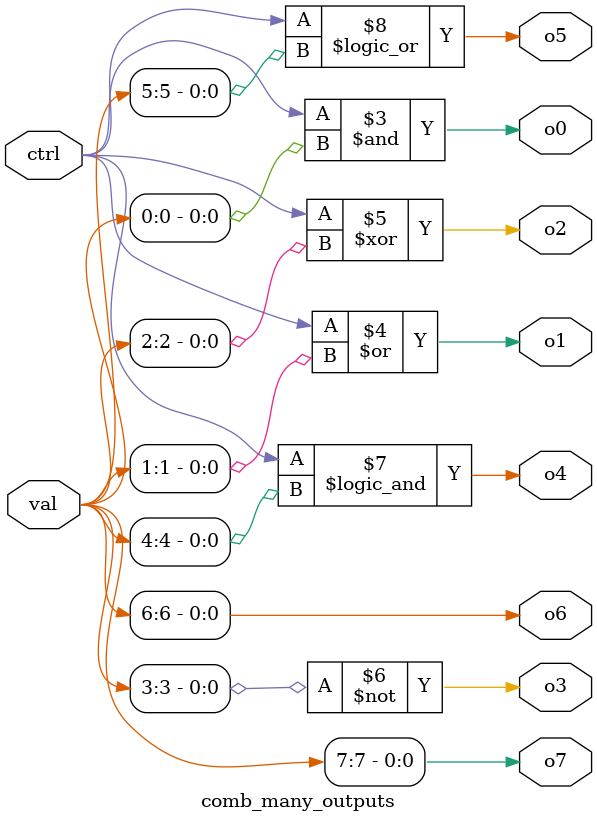
<source format=sv>
typedef struct packed {
    bit [7:0] field1;
    bit [15:0] field2;
} my_struct;
module comb_simple (
    input bit [7:0] in1, in2,
    output bit [7:0] out1, out2
);
    always @* begin
        out1 = in1 & in2;
        out2 = in1 | in2;
    end
endmodule
module comb_complex (
    input bit [7:0] a, b,
    input bit [2:0] c,
    output bit [7:0] x, y,
    output bit [2:0] z
);
    always @* begin
        bit [7:0] temp_sum;
        temp_sum = a + b;
        x = temp_sum << c;
        y = (a ^ b) | {{(8-3){1'b0}}, c};
        z = ~c;
    end
endmodule
module comb_conditional (
    input bit sel,
    input bit [7:0] data1, data2,
    output bit [7:0] result1, result2
);
    always @* begin
        if (sel) begin
            result1 = data1;
            result2 = data1;
        end else begin
            result1 = data2;
            result2 = data2;
        end
    end
endmodule
module comb_packed (
    input my_struct packed_in,
    output my_struct packed_out
);
    always @* begin
        packed_out.field1 = packed_in.field2[7:0] + 1;
        packed_out.field2 = ~packed_in.field1;
    end
endmodule
module comb_many_outputs (
    input bit ctrl,
    input bit [7:0] val,
    output bit o0, o1, o2, o3, o4, o5, o6, o7
);
    always @* begin
        o0 = ctrl & val[0];
        o1 = ctrl | val[1];
        o2 = ctrl ^ val[2];
        o3 = ~val[3];
        o4 = ctrl && val[4];
        o5 = ctrl || val[5];
        o6 = val[6];
        o7 = val[7];
    end
endmodule

</source>
